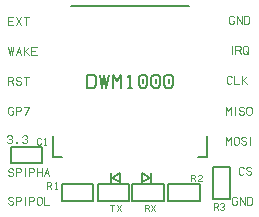
<source format=gto>
%FSTAX24Y24*%
%MOIN*%
%IN SILK1.GBR *%
%ADD10C,0.0036*%
%ADD11C,0.0043*%
%ADD12C,0.0060*%
%ADD13C,0.0071*%
%ADD14C,0.0080*%
D12*X001025Y001725D02*G01Y002275D01*X002075Y001725D02*Y002275D01*
X001025Y001725D02*X002075D01*X001025Y002275D02*X002075D01*D14*
X002441Y002633D02*Y001944D01*X002736D01*X007559Y002633D02*Y001944D01*
X007264D01*X003031Y006964D02*X006969D01*D12*X006275Y000475D02*
Y001025D01*X007325Y000475D02*Y001025D01*X006275Y000475D02*X007325D01*
X006275Y001025D02*X007325D01*X008325Y00055D02*X007775D01*
X008325Y0016D02*X007775D01*X008325Y00055D02*Y0016D01*X007775Y00055D02*
Y0016D01*X003925Y000475D02*Y001025D01*X004975Y000475D02*Y001025D01*
X003925Y000475D02*X004975D01*X003925Y001025D02*X004975D01*
X005075Y000475D02*Y001025D01*X006125Y000475D02*Y001025D01*
X005075Y000475D02*X006125D01*X005075Y001025D02*X006125D01*
X002725Y000475D02*Y001025D01*X003775Y000475D02*Y001025D01*
X002725Y000475D02*X003775D01*X002725Y001025D02*X003775D01*
X00465Y0014D02*Y0011D01*X0044Y00125D01*X00465Y0014D01*X00435D02*
Y0011D01*X0054Y0014D02*X00565Y00125D01*X0054Y0014D02*Y0011D01*
X00565Y00125D01*X0057Y0014D02*Y0011D01*D10*X007036Y001125D02*
Y001339D01*X007143D01*X007179Y001304D01*Y001268D01*X007143Y001232D01*
X007179Y001125D01*X007143Y001232D02*X007036D01*X00725Y001304D02*
X007286Y001339D01*X007357D01*X007393Y001304D01*Y001268D01*
X007357Y001232D01*X00725Y001161D01*Y001125D01*X007393D01*
X002029Y002529D02*X001993Y002564D01*X001921D01*X001886Y002529D01*
Y002386D01*X001921Y00235D01*X001993D01*X002029Y002386D01*
X002136Y002529D02*X002171Y002564D01*Y00235D01*X002207D01*X002171D02*
X002136D01*D13*X003857Y004607D02*X003786Y004679D01*X003571D01*
Y00425D01*X003786D01*X003857Y004321D01*Y004607D01*X004Y004679D02*
X004071Y00425D01*X004143Y004679D01*X004214Y00425D01*X004286Y004679D01*
X004429Y00425D02*Y004679D01*X004571Y004464D01*X004714Y004679D01*
Y00425D01*X004929Y004607D02*X005Y004679D01*Y00425D01*X005071D01*
X005D02*X004929D01*X005571Y004607D02*X0055Y004679D01*X005357D01*
X005286Y004607D01*Y004321D01*X005357Y00425D01*X0055D01*
X005571Y004321D01*Y004607D01*X005429Y004536D02*Y004393D01*
X006Y004607D02*X005929Y004679D01*X005786D01*X005714Y004607D01*
Y004321D01*X005786Y00425D01*X005929D01*X006Y004321D01*Y004607D01*
X005857Y004536D02*Y004393D01*X006429Y004607D02*X006357Y004679D01*
X006214D01*X006143Y004607D01*Y004321D01*X006214Y00425D01*X006357D01*
X006429Y004321D01*Y004607D01*X006286Y004536D02*Y004393D01*D11*
X008789Y001564D02*X008746Y001607D01*X008661D01*X008618Y001564D01*
Y001393D01*X008661Y00135D01*X008746D01*X008789Y001393D01*
X009046Y001564D02*X009004Y001607D01*X008918D01*X008875Y001564D01*
Y001521D01*X008918Y001479D01*X009004D01*X009046Y001436D01*Y001393D01*
X009004Y00135D01*X008918D01*X008875Y001393D01*X008193Y00335D02*
Y003607D01*X008279Y003479D01*X008364Y003607D01*Y00335D01*X008493D02*
Y003607D01*X008793Y003564D02*X00875Y003607D01*X008664D01*
X008621Y003564D01*Y003521D01*X008664Y003479D01*X00875D01*
X008793Y003436D01*Y003393D01*X00875Y00335D01*X008664D01*
X008621Y003393D01*X00905Y003564D02*X009007Y003607D01*X008921D01*
X008879Y003564D01*Y003393D01*X008921Y00335D01*X009007D01*
X00905Y003393D01*Y003564D01*X001114D02*X001071Y003607D01*X000986D01*
X000943Y003564D01*Y003393D01*X000986Y00335D01*X001071D01*
X001114Y003393D01*Y003457D01*X001071D01*X0012Y00335D02*Y003607D01*
X001329D01*X001371Y003564D01*Y003521D01*X001329Y003479D01*X0012D01*
X001457Y003607D02*X001629D01*X0015Y00335D01*X008389Y004589D02*
X008346Y004632D01*X008261D01*X008218Y004589D01*Y004418D01*
X008261Y004375D01*X008346D01*X008389Y004418D01*X008475Y004632D02*
Y004375D01*X008646D01*X008732Y004632D02*Y004461D01*Y004375D01*
Y004461D02*X008775Y004504D01*X008904Y004375D01*X008775Y004504D02*
X008904Y004632D01*X008564Y000564D02*X008521Y000607D01*X008436D01*
X008393Y000564D01*Y000393D01*X008436Y00035D01*X008521D01*
X008564Y000393D01*Y000457D01*X008521D01*X00865Y00035D02*Y000607D01*
X008821Y00035D01*Y000607D01*X009079Y000564D02*X009036Y000607D01*
X008907D01*Y00035D01*X009036D01*X009079Y000393D01*Y000564D01*D10*
X007786Y000175D02*Y000389D01*X007893D01*X007929Y000354D01*Y000318D01*
X007893Y000282D01*X007929Y000175D01*X007893Y000282D02*X007786D01*
X008Y000354D02*X008036Y000389D01*X008107D01*X008143Y000354D01*
Y000318D01*X008107Y000282D01*X008143Y000246D01*Y000211D01*
X008107Y000175D01*X008036D01*X008Y000211D01*X008107Y000282D02*
X008071D01*D11*X000943Y00435D02*Y004607D01*X001071D01*
X001114Y004564D01*Y004521D01*X001071Y004479D01*X001114Y00435D01*
X001071Y004479D02*X000943D01*X001371Y004564D02*X001329Y004607D01*
X001243D01*X0012Y004564D01*Y004521D01*X001243Y004479D01*X001329D01*
X001371Y004436D01*Y004393D01*X001329Y00435D01*X001243D01*
X0012Y004393D01*X001543Y00435D02*Y004607D01*X001629D01*X001543D02*
X001457D01*X008464Y006589D02*X008421Y006632D01*X008336D01*
X008293Y006589D01*Y006418D01*X008336Y006375D01*X008421D01*
X008464Y006418D01*Y006482D01*X008421D01*X00855Y006375D02*Y006632D01*
X008721Y006375D01*Y006632D01*X008979Y006589D02*X008936Y006632D01*
X008807D01*Y006375D01*X008936D01*X008979Y006418D01*Y006589D01*
X008386Y005375D02*Y005632D01*X008514Y005375D02*Y005632D01*X008643D01*
X008686Y005589D01*Y005546D01*X008643Y005504D01*X008686Y005375D01*
X008643Y005504D02*X008514D01*X008943Y005418D02*Y005589D01*
X0089Y005632D01*X008814D01*X008771Y005589D01*Y005418D01*
X008814Y005375D01*X0089D01*X008943Y005418D01*X008857Y005461D02*
X008943Y005375D01*X001114Y006607D02*X000943D01*Y006479D01*Y00635D01*
X001114D01*X000943Y006479D02*X001071D01*X0012Y006607D02*
X001371Y00635D01*X0012D02*X001371Y006607D01*X001543Y00635D02*
Y006607D01*X001629D01*X001543D02*X001457D01*X001114Y001514D02*
X001071Y001557D01*X000986D01*X000943Y001514D01*Y001471D01*
X000986Y001429D01*X001071D01*X001114Y001386D01*Y001343D01*
X001071Y0013D01*X000986D01*X000943Y001343D01*X0012Y0013D02*Y001557D01*
X001329D01*X001371Y001514D01*Y001471D01*X001329Y001429D01*X0012D01*
X0015Y0013D02*Y001557D01*X001629Y0013D02*Y001557D01*X001757D01*
X0018Y001514D01*Y001471D01*X001757Y001429D01*X001629D01*
X001886Y001557D02*Y001429D01*Y0013D01*Y001429D02*X002057D01*Y001557D01*
Y001429D02*Y0013D01*X002143D02*X002229Y001557D01*X002282Y001396D01*
X002314Y0013D01*X002282Y001396D02*X002175D01*X008193Y00235D02*
Y002607D01*X008279Y002479D01*X008364Y002607D01*Y00235D01*
X008621Y002564D02*X008579Y002607D01*X008493D01*X00845Y002564D01*
Y002393D01*X008493Y00235D01*X008579D01*X008621Y002393D01*Y002564D01*
X008879D02*X008836Y002607D01*X00875D01*X008707Y002564D01*Y002521D01*
X00875Y002479D01*X008836D01*X008879Y002436D01*Y002393D01*
X008836Y00235D01*X00875D01*X008707Y002393D01*X009007Y00235D02*
Y002607D01*X001114Y000564D02*X001071Y000607D01*X000986D01*
X000943Y000564D01*Y000521D01*X000986Y000479D01*X001071D01*
X001114Y000436D01*Y000393D01*X001071Y00035D01*X000986D01*
X000943Y000393D01*X0012Y00035D02*Y000607D01*X001329D01*
X001371Y000564D01*Y000521D01*X001329Y000479D01*X0012D01*X0015Y00035D02*
Y000607D01*X001629Y00035D02*Y000607D01*X001757D01*X0018Y000564D01*
Y000521D01*X001757Y000479D01*X001629D01*X002057Y000564D02*
X002014Y000607D01*X001929D01*X001886Y000564D01*Y000393D01*
X001929Y00035D01*X002014D01*X002057Y000393D01*Y000564D01*
X002143Y000607D02*Y00035D01*X002314D01*X000943Y005607D02*
X000986Y00535D01*X001029Y005607D01*X001071Y00535D01*X001114Y005607D01*
X0012Y00535D02*X001286Y005607D01*X001339Y005446D01*X001371Y00535D01*
X001339Y005446D02*X001232D01*X001457Y005607D02*Y005436D01*Y00535D01*
Y005436D02*X0015Y005479D01*X001629Y00535D01*X0015Y005479D02*
X001629Y005607D01*X001886D02*X001714D01*Y005479D01*Y00535D01*
X001886D01*X001714Y005479D02*X001843D01*X000893Y002614D02*
X000936Y002657D01*X001021D01*X001064Y002614D01*Y002571D01*
X001021Y002529D01*X001064Y002486D01*Y002443D01*X001021Y0024D01*
X000936D01*X000893Y002443D01*X001021Y002529D02*X000979D01*
X001214Y0024D02*X001236D01*Y002421D01*X001214D01*Y0024D01*
X001407Y002614D02*X00145Y002657D01*X001536D01*X001579Y002614D01*
Y002571D01*X001536Y002529D01*X001579Y002486D01*Y002443D01*
X001536Y0024D01*X00145D01*X001407Y002443D01*X001536Y002529D02*
X001493D01*D10*X002236Y000875D02*Y001089D01*X002343D01*
X002379Y001054D01*Y001018D01*X002343Y000982D01*X002379Y000875D01*
X002343Y000982D02*X002236D01*X002486Y001054D02*X002521Y001089D01*
Y000875D01*X002557D01*X002521D02*X002486D01*X005486Y000125D02*
Y000339D01*X005593D01*X005629Y000304D01*Y000268D01*X005593Y000232D01*
X005629Y000125D01*X005593Y000232D02*X005486D01*X0057Y000339D02*
X005843Y000125D01*X0057D02*X005843Y000339D01*X004407Y000125D02*
Y000339D01*X004479D01*X004407D02*X004336D01*X00455D02*
X004693Y000125D01*X00455D02*X004693Y000339D01*
M02*
</source>
